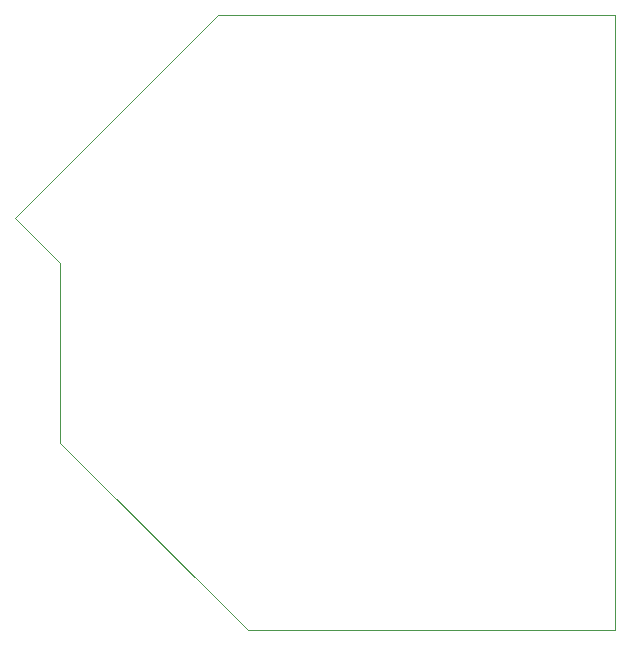
<source format=gbr>
G04 #@! TF.GenerationSoftware,KiCad,Pcbnew,(5.1.2-1)-1*
G04 #@! TF.CreationDate,2019-05-24T20:07:40+01:00*
G04 #@! TF.ProjectId,8840A_CPU,38383430-415f-4435-9055-2e6b69636164,rev?*
G04 #@! TF.SameCoordinates,Original*
G04 #@! TF.FileFunction,Profile,NP*
%FSLAX46Y46*%
G04 Gerber Fmt 4.6, Leading zero omitted, Abs format (unit mm)*
G04 Created by KiCad (PCBNEW (5.1.2-1)-1) date 2019-05-24 20:07:40*
%MOMM*%
%LPD*%
G04 APERTURE LIST*
%ADD10C,0.050000*%
G04 APERTURE END LIST*
D10*
X114935000Y-57150000D02*
X97790000Y-74295000D01*
X148590000Y-109220000D02*
X148590000Y-57150000D01*
X117475000Y-109220000D02*
X148590000Y-109220000D01*
X101600000Y-93345000D02*
X117475000Y-109220000D01*
X101600000Y-78105000D02*
X101600000Y-93345000D01*
X97790000Y-74295000D02*
X101600000Y-78105000D01*
X148590000Y-57150000D02*
X114935000Y-57150000D01*
M02*

</source>
